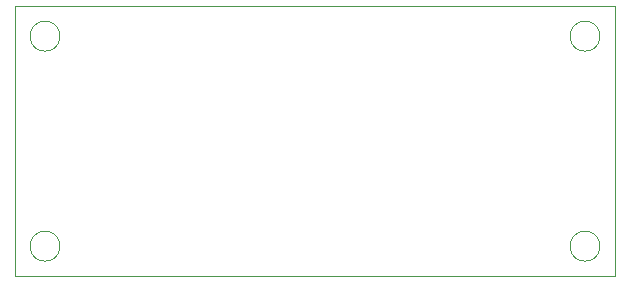
<source format=gbr>
%TF.GenerationSoftware,KiCad,Pcbnew,6.0.5*%
%TF.CreationDate,2022-05-19T12:05:39-04:00*%
%TF.ProjectId,Blackbox,426c6163-6b62-46f7-982e-6b696361645f,rev?*%
%TF.SameCoordinates,Original*%
%TF.FileFunction,Profile,NP*%
%FSLAX46Y46*%
G04 Gerber Fmt 4.6, Leading zero omitted, Abs format (unit mm)*
G04 Created by KiCad (PCBNEW 6.0.5) date 2022-05-19 12:05:39*
%MOMM*%
%LPD*%
G01*
G04 APERTURE LIST*
%TA.AperFunction,Profile*%
%ADD10C,0.100000*%
%TD*%
%TA.AperFunction,Profile*%
%ADD11C,0.002540*%
%TD*%
G04 APERTURE END LIST*
D10*
X144241600Y-97586800D02*
G75*
G03*
X144241600Y-97586800I-1270000J0D01*
G01*
X189961600Y-115366800D02*
G75*
G03*
X189961600Y-115366800I-1270000J0D01*
G01*
D11*
X140431600Y-95046800D02*
X191231600Y-95046800D01*
X191231600Y-95046800D02*
X191231600Y-117906800D01*
X191231600Y-117906800D02*
X140431600Y-117906800D01*
X140431600Y-117906800D02*
X140431600Y-95046800D01*
D10*
X144241600Y-115366800D02*
G75*
G03*
X144241600Y-115366800I-1270000J0D01*
G01*
X189961600Y-97586800D02*
G75*
G03*
X189961600Y-97586800I-1270000J0D01*
G01*
M02*

</source>
